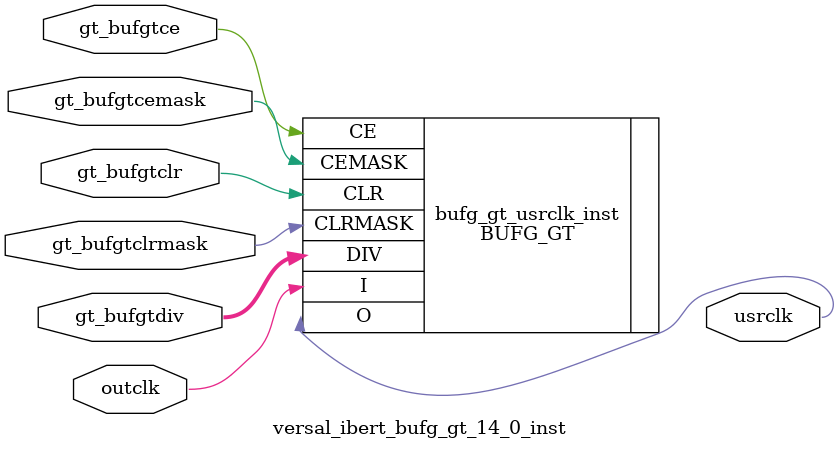
<source format=v>




`timescale 1ns / 1ps



module versal_ibert_bufg_gt_14_0_inst  (
    input outclk,
    input gt_bufgtce,
    input gt_bufgtcemask,
    input gt_bufgtclr,
    input gt_bufgtclrmask,
    input [2:0] gt_bufgtdiv,
    output usrclk
    );
     
      wire sync_ce;
      wire sync_clr;

      //BUFG_GT_SYNC sync_clr_ce (.CESYNC(sync_ce), .CLRSYNC(sync_clr), .CE(gt_bufgtce), .CLK(outclk), .CLR(gt_bufgtclr));
    //assign usrclk = outclk;
      BUFG_GT #(
        .SIM_DEVICE ("VERSAL_PREMIUM")
      ) bufg_gt_usrclk_inst (
        .CE      (gt_bufgtce),
        .CEMASK  (gt_bufgtcemask),
        .CLR     (gt_bufgtclr),
        .CLRMASK (gt_bufgtclrmask),
        .DIV     (gt_bufgtdiv),
        .I       (outclk),
        .O       (usrclk)
      );
endmodule
//------}

</source>
